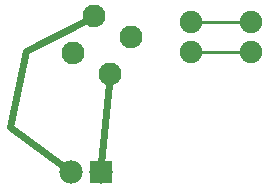
<source format=gbl>
G04 MADE WITH FRITZING*
G04 WWW.FRITZING.ORG*
G04 DOUBLE SIDED*
G04 HOLES PLATED*
G04 CONTOUR ON CENTER OF CONTOUR VECTOR*
%ASAXBY*%
%FSLAX23Y23*%
%MOIN*%
%OFA0B0*%
%SFA1.0B1.0*%
%ADD10C,0.076000*%
%ADD11C,0.078000*%
%ADD12C,0.074803*%
%ADD13R,0.078000X0.078000*%
%ADD14C,0.010000*%
%ADD15C,0.024000*%
%LNCOPPER0*%
G90*
G70*
G54D10*
X395Y403D03*
X341Y596D03*
X271Y472D03*
X464Y526D03*
G54D11*
X364Y76D03*
X264Y76D03*
X364Y76D03*
X264Y76D03*
G54D12*
X664Y476D03*
X864Y476D03*
X864Y576D03*
X664Y576D03*
X664Y476D03*
X864Y476D03*
X864Y576D03*
X664Y576D03*
X664Y476D03*
X864Y476D03*
X864Y576D03*
X664Y576D03*
G54D13*
X364Y76D03*
X364Y76D03*
G54D14*
X664Y476D02*
X864Y476D01*
D02*
X664Y576D02*
X864Y576D01*
G54D15*
D02*
X116Y478D02*
X62Y225D01*
D02*
X62Y225D02*
X240Y94D01*
D02*
X312Y580D02*
X116Y478D01*
D02*
X392Y370D02*
X367Y106D01*
G04 End of Copper0*
M02*
</source>
